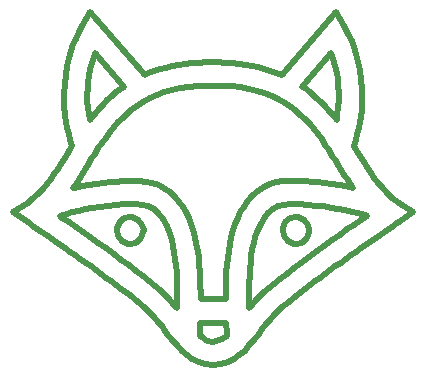
<source format=gto>
G04 #@! TF.GenerationSoftware,KiCad,Pcbnew,7.0.5*
G04 #@! TF.CreationDate,2023-09-27T00:01:17-07:00*
G04 #@! TF.ProjectId,fox-ne,666f782d-6e65-42e6-9b69-6361645f7063,rev?*
G04 #@! TF.SameCoordinates,Original*
G04 #@! TF.FileFunction,Legend,Top*
G04 #@! TF.FilePolarity,Positive*
%FSLAX46Y46*%
G04 Gerber Fmt 4.6, Leading zero omitted, Abs format (unit mm)*
G04 Created by KiCad (PCBNEW 7.0.5) date 2023-09-27 00:01:17*
%MOMM*%
%LPD*%
G01*
G04 APERTURE LIST*
%ADD10C,0.500000*%
G04 APERTURE END LIST*
D10*
X153899775Y-72723342D02*
X153384450Y-72341119D01*
X152905929Y-71904039D01*
X152458186Y-71418685D01*
X152138953Y-71026950D01*
X151831104Y-70614541D01*
X151532096Y-70184236D01*
X151239389Y-69738811D01*
X150950442Y-69281045D01*
X150662712Y-68813713D01*
X150470315Y-68498217D01*
X142205334Y-80598925D02*
X142205334Y-80598925D01*
X127818204Y-61413598D02*
X127944361Y-60904993D01*
X128094810Y-60402191D01*
X128211257Y-60063357D01*
X144081557Y-75069273D02*
X144193146Y-75565929D01*
X144536079Y-75987268D01*
X145040698Y-76201652D01*
X145212975Y-76214851D01*
X135147757Y-81656278D02*
X134813498Y-81262159D01*
X134452261Y-80864265D01*
X134194537Y-80598863D01*
X122487233Y-74352860D02*
X123074287Y-74755240D01*
X123571969Y-75098434D01*
X124187624Y-75525128D01*
X124899762Y-76021564D01*
X125686896Y-76573983D01*
X126101870Y-76866886D01*
X126527535Y-77168625D01*
X126961205Y-77477481D01*
X127400193Y-77791732D01*
X127841813Y-78109661D01*
X128283379Y-78429546D01*
X128722204Y-78749668D01*
X129155604Y-79068307D01*
X129580892Y-79383743D01*
X129995381Y-79694256D01*
X130396386Y-79998127D01*
X131147197Y-80579061D01*
X131811838Y-81112787D01*
X132368819Y-81585546D01*
X132796652Y-81983579D01*
X122499997Y-72710000D02*
X121266569Y-73521936D01*
X142205334Y-80598925D02*
X141854564Y-80963936D01*
X141500422Y-81361259D01*
X141252034Y-81656338D01*
X142061526Y-83823938D02*
X142368453Y-83425825D01*
X142686595Y-83024521D01*
X143022671Y-82622729D01*
X143383399Y-82223152D01*
X143603184Y-81996857D01*
X137077894Y-83110618D02*
X137086632Y-82881354D01*
X139322032Y-83110613D02*
X139340907Y-83620554D01*
X139351670Y-83971376D01*
X132318243Y-75069271D02*
X132206631Y-74572583D01*
X131863835Y-74151254D01*
X131359668Y-73936890D01*
X131187610Y-73923695D01*
X138199936Y-84496448D02*
X137673944Y-84395043D01*
X137221774Y-84121713D01*
X137048268Y-83971376D01*
X150105851Y-67902033D02*
X150276159Y-67386703D01*
X150420738Y-66878308D01*
X150540898Y-66377429D01*
X150637946Y-65884647D01*
X150767954Y-64925692D01*
X150821239Y-64006090D01*
X150808281Y-63130486D01*
X150739560Y-62303524D01*
X150625554Y-61529851D01*
X150476742Y-60814110D01*
X150303604Y-60160947D01*
X150116619Y-59575008D01*
X149926265Y-59060936D01*
X149657341Y-58434744D01*
X149384792Y-57894714D01*
X149290738Y-57731184D01*
X145212979Y-73923692D02*
X144722569Y-74036646D01*
X144306402Y-74383824D01*
X144094598Y-74894796D01*
X144081557Y-75069273D01*
X137048268Y-83971376D02*
X137064819Y-83457439D01*
X137077894Y-83110618D01*
X155133331Y-73535218D02*
X153899775Y-72723342D01*
X130015115Y-63352336D02*
X129605220Y-63695562D01*
X129218324Y-64051128D01*
X128852631Y-64417836D01*
X128506342Y-64794488D01*
X128177661Y-65179887D01*
X127864790Y-65572834D01*
X127743667Y-65731859D01*
X134338341Y-83823934D02*
X134729393Y-84328960D01*
X135125553Y-84812712D01*
X135537359Y-85260992D01*
X135975350Y-85659604D01*
X136450064Y-85994349D01*
X136972042Y-86251029D01*
X137551821Y-86415447D01*
X138199942Y-86473406D01*
X131187610Y-73923695D02*
X131187610Y-73923695D01*
X132796683Y-81996858D02*
X133174482Y-82393957D01*
X133523808Y-82794812D01*
X133851379Y-83196722D01*
X134163914Y-83596988D01*
X134338341Y-83823934D01*
X148189812Y-60061983D02*
X148357921Y-60565067D01*
X148516952Y-61137280D01*
X148655708Y-61773373D01*
X148739736Y-62289205D01*
X148801339Y-62835802D01*
X148835795Y-63410949D01*
X148838381Y-64012432D01*
X148804374Y-64638035D01*
X148729051Y-65285545D01*
X148653551Y-65728295D01*
X126379082Y-71474902D02*
X126661675Y-71055272D01*
X126936215Y-70630128D01*
X127204521Y-70201623D01*
X127468412Y-69771910D01*
X127617924Y-69526648D01*
X145757818Y-62888519D02*
X148189812Y-60061983D01*
X138199942Y-86473406D02*
X138848055Y-86415444D01*
X139427829Y-86251023D01*
X139949804Y-85994342D01*
X140424516Y-85659598D01*
X140862506Y-85260988D01*
X141274312Y-84812710D01*
X141670472Y-84328960D01*
X142061526Y-83823938D01*
X145212979Y-73923692D02*
X145212979Y-73923692D01*
X148782076Y-69526649D02*
X149044254Y-69956055D01*
X149309812Y-70385513D01*
X149580568Y-70812855D01*
X149858343Y-71235913D01*
X150020923Y-71474903D01*
X130642037Y-62888654D02*
X130227128Y-63187534D01*
X130015115Y-63352336D01*
X130056192Y-75069265D02*
X130167780Y-75565920D01*
X130510715Y-75987260D01*
X131015337Y-76201647D01*
X131187616Y-76214846D01*
X138199928Y-60833170D02*
X137583607Y-60842535D01*
X136983089Y-60870681D01*
X136398161Y-60917671D01*
X135828610Y-60983571D01*
X135274221Y-61068445D01*
X134734783Y-61172359D01*
X134210080Y-61295377D01*
X133699900Y-61437564D01*
X133204030Y-61598985D01*
X132722255Y-61779706D01*
X132408798Y-61910941D01*
X128211257Y-60063357D02*
X130642037Y-62888654D01*
X131653547Y-72854315D02*
X132212230Y-72901391D01*
X132713183Y-73043513D01*
X133159741Y-73282014D01*
X133555238Y-73618229D01*
X132408798Y-61910941D02*
X127816891Y-56573910D01*
X148582913Y-56573974D02*
X143991073Y-61910943D01*
X133555238Y-73618229D02*
X133953551Y-74123694D01*
X134282275Y-74725407D01*
X134547665Y-75407819D01*
X134692495Y-75899916D01*
X134813809Y-76416362D01*
X134913460Y-76952552D01*
X134993303Y-77503877D01*
X135055189Y-78065731D01*
X135100973Y-78633508D01*
X135132506Y-79202600D01*
X135151644Y-79768401D01*
X135160238Y-80326304D01*
X135160141Y-80871703D01*
X135153208Y-81399990D01*
X135147757Y-81656278D01*
X139261109Y-80904526D02*
X139261109Y-80904526D01*
X150020923Y-71474903D02*
X149455500Y-71354941D01*
X148859596Y-71242999D01*
X148235038Y-71141534D01*
X147583654Y-71053004D01*
X147078609Y-70996575D01*
X146560273Y-70949842D01*
X146029415Y-70913842D01*
X145486808Y-70889612D01*
X144933221Y-70878190D01*
X144746386Y-70877409D01*
X148653551Y-65728295D02*
X148346821Y-65333253D01*
X148025027Y-64945280D01*
X147686379Y-64565564D01*
X147329089Y-64195291D01*
X146951366Y-63835648D01*
X146551423Y-63487820D01*
X146384824Y-63352264D01*
X131187616Y-76214846D02*
X131677553Y-76101884D01*
X132093468Y-75754690D01*
X132305202Y-75243731D01*
X132318243Y-75069271D01*
X127109059Y-57731126D02*
X126822480Y-58266925D01*
X126566758Y-58832258D01*
X126378651Y-59308661D01*
X126188670Y-59859255D01*
X126007294Y-60479394D01*
X125845004Y-61164433D01*
X125712278Y-61909726D01*
X125619596Y-62710627D01*
X125577438Y-63562490D01*
X125596284Y-64460671D01*
X125686614Y-65400522D01*
X125858906Y-66377399D01*
X125979064Y-66878270D01*
X126123642Y-67386655D01*
X126293951Y-67901974D01*
X148189812Y-60061983D02*
X148189812Y-60061983D01*
X134979626Y-72247355D02*
X134551754Y-71854115D01*
X134088836Y-71526811D01*
X133591580Y-71265736D01*
X133060696Y-71071182D01*
X132496893Y-70943444D01*
X131900881Y-70882814D01*
X131653617Y-70877418D01*
X139313292Y-82881363D02*
X139322032Y-83110613D01*
X145151928Y-64897640D02*
X145581741Y-65263035D01*
X145985920Y-65649935D01*
X146366931Y-66055808D01*
X146727237Y-66478119D01*
X147069302Y-66914337D01*
X147395591Y-67361929D01*
X147708568Y-67818360D01*
X148010696Y-68281100D01*
X148304440Y-68747615D01*
X148592264Y-69215371D01*
X148782076Y-69526649D01*
X149290738Y-57731184D02*
X148582913Y-56573974D01*
X127743667Y-65731859D02*
X127654498Y-65200703D01*
X127593429Y-64666643D01*
X127560478Y-64129897D01*
X127555665Y-63590686D01*
X127579011Y-63049231D01*
X127630536Y-62505751D01*
X127710260Y-61960466D01*
X127818204Y-61413598D01*
X131653617Y-70877418D02*
X131096540Y-70884338D01*
X130550187Y-70904412D01*
X130015326Y-70936602D01*
X129492730Y-70979871D01*
X128983169Y-71033183D01*
X128325362Y-71118093D01*
X127693927Y-71216554D01*
X127090690Y-71326107D01*
X126517479Y-71444294D01*
X126379082Y-71474902D01*
X146384824Y-63352264D02*
X145976834Y-63042525D01*
X145757818Y-62888519D01*
X127816891Y-56573910D02*
X127109059Y-57731126D01*
X127818204Y-61413598D02*
X127818204Y-61413598D01*
X139261109Y-80904526D02*
X137138823Y-80904528D01*
X135147757Y-81656278D02*
X135147757Y-81656278D01*
X134194537Y-80598863D02*
X133685562Y-80126188D01*
X133260391Y-79762348D01*
X132776362Y-79365776D01*
X132241901Y-78941826D01*
X131665430Y-78495851D01*
X131055373Y-78033204D01*
X130420154Y-77559241D01*
X129768197Y-77079313D01*
X129107926Y-76598776D01*
X128447764Y-76122983D01*
X127796135Y-75657287D01*
X127161463Y-75207043D01*
X126552172Y-74777604D01*
X125976685Y-74374324D01*
X125443425Y-74002557D01*
X125195264Y-73830164D01*
X127617924Y-69526648D02*
X127903168Y-69059452D01*
X128192691Y-68591817D01*
X128488955Y-68126274D01*
X128794425Y-67665354D01*
X129111566Y-67211590D01*
X129442840Y-66767514D01*
X129790712Y-66335656D01*
X130157646Y-65918549D01*
X130546107Y-65518725D01*
X130958557Y-65138715D01*
X131248069Y-64897633D01*
X139351670Y-83971376D02*
X138936380Y-84290088D01*
X138433427Y-84477739D01*
X138199936Y-84496448D01*
X137086632Y-82881354D02*
X139313292Y-82881363D01*
X125929464Y-68484866D02*
X125641147Y-68957047D01*
X125353299Y-69421509D01*
X125063378Y-69875475D01*
X124768847Y-70316169D01*
X124467165Y-70740815D01*
X124155793Y-71146637D01*
X123832193Y-71530858D01*
X123377314Y-72004754D01*
X122890161Y-72428733D01*
X122499997Y-72710000D01*
X131187610Y-73923695D02*
X130697205Y-74036651D01*
X130281042Y-74383826D01*
X130069236Y-74894792D01*
X130056192Y-75069265D01*
X153899775Y-72723342D02*
X153899775Y-72723342D01*
X150470315Y-68498217D02*
X150208929Y-68069956D01*
X150105851Y-67902033D01*
X126293951Y-67901974D02*
X126031481Y-68330777D01*
X125929484Y-68498149D01*
X143991073Y-61910943D02*
X143518576Y-61717304D01*
X143032129Y-61543014D01*
X142531517Y-61388007D01*
X142016526Y-61252218D01*
X141486941Y-61135579D01*
X140942546Y-61038024D01*
X140383129Y-60959489D01*
X139808473Y-60899905D01*
X139218364Y-60859208D01*
X138612588Y-60837331D01*
X138199928Y-60833170D01*
X145212975Y-76214851D02*
X145702915Y-76101885D01*
X146118833Y-75754687D01*
X146330566Y-75243725D01*
X146343605Y-75069264D01*
X151202290Y-73831749D02*
X150693224Y-74185814D01*
X150137783Y-74574026D01*
X149544383Y-74991035D01*
X148921440Y-75431493D01*
X148277370Y-75890050D01*
X147620590Y-76361358D01*
X146959516Y-76840067D01*
X146302565Y-77320828D01*
X145658153Y-77798293D01*
X145034696Y-78267112D01*
X144440610Y-78721936D01*
X143884313Y-79157417D01*
X143374221Y-79568206D01*
X142918749Y-79948952D01*
X142526314Y-80294308D01*
X142205334Y-80598925D01*
X125195264Y-73830164D02*
X125790485Y-73659472D01*
X126284371Y-73530873D01*
X126816302Y-73405107D01*
X127383901Y-73285170D01*
X127984789Y-73174062D01*
X128616588Y-73074778D01*
X129276918Y-72990317D01*
X129963402Y-72923675D01*
X130673661Y-72877851D01*
X131405317Y-72855841D01*
X131653547Y-72854315D01*
X142844557Y-73618310D02*
X143240044Y-73282061D01*
X143686588Y-73043559D01*
X144187542Y-72901450D01*
X144746258Y-72854378D01*
X138200000Y-62810000D02*
X138739463Y-62818011D01*
X139264041Y-62842083D01*
X139773925Y-62882274D01*
X140511617Y-62972907D01*
X141217318Y-63100130D01*
X141891671Y-63264135D01*
X142535320Y-63465117D01*
X143148908Y-63703269D01*
X143733077Y-63978786D01*
X144288471Y-64291860D01*
X144815732Y-64642686D01*
X145151928Y-64897640D01*
X143603184Y-81996857D02*
X144031006Y-81598822D01*
X144587978Y-81126061D01*
X145252612Y-80592332D01*
X146003418Y-80011394D01*
X146404420Y-79707522D01*
X146818907Y-79397007D01*
X147244193Y-79081569D01*
X147677591Y-78762929D01*
X148116416Y-78442805D01*
X148557981Y-78122919D01*
X148999601Y-77804989D01*
X149438589Y-77490736D01*
X149872258Y-77181880D01*
X150297924Y-76880140D01*
X150712900Y-76587236D01*
X151500037Y-76034818D01*
X152212180Y-75538384D01*
X152827840Y-75111692D01*
X153325530Y-74768503D01*
X153803861Y-74440382D01*
X153912610Y-74366144D01*
X138199936Y-84496448D02*
X138199936Y-84496448D01*
X141420369Y-72247357D02*
X141081194Y-72638527D01*
X140778332Y-73065903D01*
X140509837Y-73526010D01*
X140273762Y-74015371D01*
X140068161Y-74530512D01*
X139891087Y-75067957D01*
X139740593Y-75624231D01*
X139614734Y-76195857D01*
X139511562Y-76779361D01*
X139429132Y-77371268D01*
X139365496Y-77968101D01*
X139318708Y-78566385D01*
X139286822Y-79162645D01*
X139267891Y-79753405D01*
X139259969Y-80335191D01*
X139261109Y-80904526D01*
X131248069Y-64897633D02*
X131756933Y-64521550D01*
X132293500Y-64183341D01*
X132858415Y-63882813D01*
X133452320Y-63619774D01*
X134075857Y-63394030D01*
X134729670Y-63205389D01*
X135414401Y-63053660D01*
X136130694Y-62938648D01*
X136879192Y-62860163D01*
X137396399Y-62828036D01*
X137928396Y-62812001D01*
X138200000Y-62810000D01*
X144746258Y-72854378D02*
X145481868Y-72867814D01*
X146197594Y-72906112D01*
X146890985Y-72966268D01*
X147559585Y-73045273D01*
X148200943Y-73140123D01*
X148812604Y-73247809D01*
X149392116Y-73365326D01*
X149937025Y-73489669D01*
X150444878Y-73617829D01*
X151060132Y-73789452D01*
X151202290Y-73831749D01*
X146343605Y-75069264D02*
X146232033Y-74572581D01*
X145889250Y-74151255D01*
X145385054Y-73936889D01*
X145212979Y-73923692D01*
X141252034Y-81656338D02*
X141242377Y-81138335D01*
X141238631Y-80600915D01*
X141242649Y-80048687D01*
X141256283Y-79486256D01*
X141281387Y-78918231D01*
X141319815Y-78349217D01*
X141373418Y-77783823D01*
X141444051Y-77226655D01*
X141533567Y-76682320D01*
X141643818Y-76155426D01*
X141776659Y-75650580D01*
X141933941Y-75172388D01*
X142219748Y-74515156D01*
X142570974Y-73943812D01*
X142844557Y-73618310D01*
X144746386Y-70877409D02*
X144137709Y-70911118D01*
X143560945Y-71012051D01*
X143016807Y-71179914D01*
X142506006Y-71414416D01*
X142029256Y-71715264D01*
X141587270Y-72082166D01*
X141420369Y-72247357D01*
X153912610Y-74366144D02*
X155133331Y-73535218D01*
X121266569Y-73521936D02*
X122487233Y-74352860D01*
X137138823Y-80904528D02*
X137139962Y-80335204D01*
X137132038Y-79753428D01*
X137113105Y-79162676D01*
X137081216Y-78566423D01*
X137034426Y-77968143D01*
X136970788Y-77371314D01*
X136888355Y-76779410D01*
X136785183Y-76195906D01*
X136659325Y-75624278D01*
X136508834Y-75068002D01*
X136331764Y-74530553D01*
X136126170Y-74015407D01*
X135890105Y-73526038D01*
X135621624Y-73065923D01*
X135318779Y-72638537D01*
X134979626Y-72247355D01*
%LPC*%
%LPD*%
M02*

</source>
